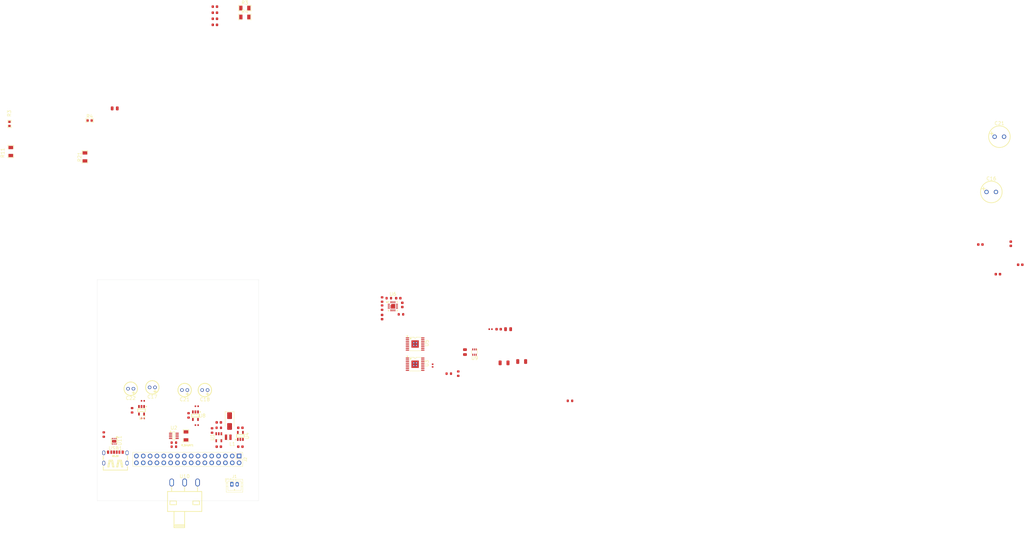
<source format=kicad_pcb>
(kicad_pcb (version 20241229) (generator "pcbnew") (generator_version "9.0")
  (layers (0 "F.Cu" signal) (2 "B.Cu" signal) (13 "F.Paste" user) (15 "B.Paste" user) (5 "F.SilkS" user "F.Silkscreen") (7 "B.SilkS" user "B.Silkscreen") (1 "F.Mask" user) (3 "B.Mask" user) (25 "Edge.Cuts" user))
  (net 0 "")
  (net 1 "GND")
  (net 2 "HV")
  (net 3 "Battery Out")
  (net 4 "Net-(U6-EN2)")
  (net 5 "3V3 Out")
  (net 6 "5V Out")
  (net 7 "Net-(U5-VCP)")
  (net 8 "Net-(U3-VCP)")
  (net 9 "Battery")
  (net 10 "EXT_LOAD2_OUT")
  (net 11 "EXT_LOAD1_OUT")
  (net 12 "Net-(U11-VUSB)")
  (net 13 "Net-(U5-VINT)")
  (net 14 "Net-(U3-VINT)")
  (net 15 "Net-(U1-SW)")
  (net 16 "MOTOR2_A_OUT")
  (net 17 "MOTOR2_CTRL1")
  (net 18 "MOTOR4_B_OUT")
  (net 20 "MOTOR1_CTRL2")
  (net 21 "MOTOR1_A_OUT")
  (net 22 "MOTOR2_B_OUT")
  (net 23 "CTRL_EXT_LOAD2")
  (net 24 "MOTOR3_B_OUT")
  (net 25 "FAST_CHARGE_CTRL")
  (net 26 "CTRL_EXT_LOAD1")
  (net 28 "I2C1_SCL")
  (net 29 "MOTOR4_A_OUT")
  (net 30 "MOTOR4_CTRL2")
  (net 31 "MOTOR3_CTRL2")
  (net 32 "MOTOR4_CTRL1")
  (net 33 "MOTOR1_CTRL1")
  (net 34 "MOTOR2_CTRL2")
  (net 35 "MOTOR1_B_OUT")
  (net 36 "I2C1_SDA")
  (net 38 "MOTOR3_A_OUT")
  (net 39 "MOTOR3_CTRL1")
  (net 40 "3.3V Out")
  (net 41 "Net-(R11-Pad2)")
  (net 42 "Net-(U3-AISEN)")
  (net 43 "Net-(U3-BISEN)")
  (net 44 "Net-(R21-Pad2)")
  (net 45 "Net-(U1-FB)")
  (net 46 "Net-(R10-Pad1)")
  (net 47 "Net-(U6-ITERM)")
  (net 48 "Net-(U8-~{FLG})")
  (net 49 "Net-(U5-AISEN)")
  (net 50 "Net-(U5-BISEN)")
  (net 51 "Net-(U6-TS)")
  (net 52 "Net-(U6-ILIM)")
  (net 53 "Net-(U9-B1)")
  (net 54 "Net-(R18-Pad2)")
  (net 55 "Net-(U9-B0)")
  (net 56 "ISET")
  (net 57 "Net-(U11-VSET)")
  (net 58 "Net-(U7-~{FLG})")
  (net 64 "Net-(U11-CC1)")
  (net 66 "Net-(U11-CC2)")
  (footprint "PCM_JLCPCB:R_0603" (layer "F.Cu") (at 233.46 222 180)
    (property "Reference" "R17" (hide yes))
    (property "Value" "1.5kΩ")
    (pad "1" smd roundrect (at -0.82 0 180) (size 0.8 0.95) (layers "F.Cu" "F.Mask" "F.Paste") (net 1 "GND"))
    (pad "2" smd roundrect (at 0.82 0 180) (size 0.8 0.95) (layers "F.Cu" "F.Mask" "F.Paste") (net 53 "Net-(U9-B1)"))
  )
  (footprint "Footprints:SOT-23-5_L3.0-W1.7-P0.95-LS2.8-BR" (layer "F.Cu") (at 103.1701 235.5 90)
    (property "Reference" "U1" (at 0 -2.435 90) (layer "F.SilkS") (effects (font (size 1.27 1.27))))
    (property "Value" "MT3608")
    (pad "1" smd rect (at 1.3001 0.95 90) (size 1.1 0.6) (layers "F.Cu" "F.Mask" "F.Paste") (net 15 "Net-(U1-SW)"))
    (pad "2" smd rect (at 1.3001 0 90) (size 1.1 0.6) (layers "F.Cu" "F.Mask" "F.Paste") (net 1 "GND"))
    (pad "3" smd rect (at 1.3001 -0.95 90) (size 1.1 0.6) (layers "F.Cu" "F.Mask" "F.Paste") (net 45 "Net-(U1-FB)"))
    (pad "4" smd rect (at -1.3001 -0.95 90) (size 1.1 0.6) (layers "F.Cu" "F.Mask" "F.Paste") (net 3 "Battery Out"))
    (pad "5" smd rect (at -1.3001 0.95 90) (size 1.1 0.6) (layers "F.Cu" "F.Mask" "F.Paste") (net 3 "Battery Out"))
  )
  (footprint "PCM_JLCPCB:C_0603" (layer "F.Cu") (at 169.7498 183.91 180)
    (property "Reference" "C1" (hide yes))
    (property "Value" "1uF")
    (pad "1" smd roundrect (at -0.78 0 180) (size 0.9 0.95) (layers "F.Cu" "F.Mask" "F.Paste") (net 2 "HV"))
    (pad "2" smd roundrect (at 0.78 0 180) (size 0.9 0.95) (layers "F.Cu" "F.Mask" "F.Paste") (net 1 "GND"))
  )
  (footprint "Footprints:R1206" (layer "F.Cu") (at 112.8323 79.5909)
    (property "Reference" "R4" (at 0 -1.9903 0) (layer "F.SilkS") (effects (font (size 1.27 1.27))))
    (property "Value" "430m")
    (pad "1" smd rect (at -1.4788 0) (size 1.2075 1.701) (layers "F.Cu" "F.Mask" "F.Paste") (net 1 "GND"))
    (pad "2" smd rect (at 1.4788 0) (size 1.2075 1.701) (layers "F.Cu" "F.Mask" "F.Paste") (net 42 "Net-(U3-AISEN)"))
  )
  (footprint "PCM_JLCPCB:C_0603" (layer "F.Cu") (at 397 163.72 -90)
    (property "Reference" "C8" (hide yes))
    (property "Value" "10uF")
    (pad "1" smd roundrect (at -0.78 0 270) (size 0.9 0.95) (layers "F.Cu" "F.Mask" "F.Paste") (net 3 "Battery Out"))
    (pad "2" smd roundrect (at 0.78 0 270) (size 0.9 0.95) (layers "F.Cu" "F.Mask" "F.Paste") (net 1 "GND"))
  )
  (footprint "Footprints:CAP-TH_BD5.0-P2.00-D0.8-FD" (layer "F.Cu") (at 70.5 217.5 180)
    (property "Reference" "C22" (at 0 -3.4851 0) (layer "F.SilkS") (effects (font (size 1.27 1.27))))
    (property "Value" "10uF")
    (pad "1" thru_hole oval (at -1 0 180) (size 1.3 1.3) (drill 0.8) (layers "*.Cu" "*.Mask") (net 11 "EXT_LOAD1_OUT"))
    (pad "2" thru_hole oval (at 1 0 180) (size 1.3 1.3) (drill 0.8) (layers "*.Cu" "*.Mask") (net 1 "GND"))
  )
  (footprint "PCM_JLCPCB:C_0402" (layer "F.Cu") (at 182.5 208.91 90)
    (property "Reference" "C26" (hide yes))
    (property "Value" "2.2uF")
    (pad "1" smd roundrect (at -0.5 0 90) (size 0.56 0.62) (layers "F.Cu" "F.Mask" "F.Paste") (net 1 "GND"))
    (pad "2" smd roundrect (at 0.5 0 90) (size 0.56 0.62) (layers "F.Cu" "F.Mask" "F.Paste") (net 14 "Net-(U3-VINT)"))
  )
  (footprint "Connector_JST:JST_PH_B2B-PH-K_1x02_P2.00mm_Vertical" (layer "F.Cu") (at 108 252.95)
    (property "Reference" "J1" (at 1 -2.9 0) (layer "F.SilkS"))
    (property "Value" "Conn_01x02_Pin")
    (pad "1" thru_hole roundrect (at 0 0) (size 1.2 1.75) (drill 0.75) (layers "*.Cu" "*.Mask") (roundrect_rratio 0.208333) (net 9 "Battery"))
    (pad "2" thru_hole oval (at 2 0) (size 1.2 1.75) (drill 0.75) (layers "*.Cu" "*.Mask") (net 1 "GND"))
  )
  (footprint "PCM_JLCPCB:C_0603" (layer "F.Cu") (at 392.22 175)
    (property "Reference" "C7" (hide yes))
    (property "Value" "10uF")
    (pad "1" smd roundrect (at -0.78 0) (size 0.9 0.95) (layers "F.Cu" "F.Mask" "F.Paste") (net 6 "5V Out"))
    (pad "2" smd roundrect (at 0.78 0) (size 0.9 0.95) (layers "F.Cu" "F.Mask" "F.Paste") (net 1 "GND"))
  )
  (footprint "PCM_JLCPCB:C_0603" (layer "F.Cu") (at 171.2498 186.41 90)
    (property "Reference" "C4" (hide yes))
    (property "Value" "4.7uF")
    (pad "1" smd roundrect (at -0.78 0 90) (size 0.9 0.95) (layers "F.Cu" "F.Mask" "F.Paste") (net 4 "Net-(U6-EN2)"))
    (pad "2" smd roundrect (at 0.78 0 90) (size 0.9 0.95) (layers "F.Cu" "F.Mask" "F.Paste") (net 1 "GND"))
  )
  (footprint "PCM_JLCPCB:R_0603" (layer "F.Cu") (at 60.5 234.5 90)
    (property "Reference" "R22" (hide yes))
    (property "Value" "75kΩ")
    (pad "1" smd roundrect (at -0.82 0 90) (size 0.8 0.95) (layers "F.Cu" "F.Mask" "F.Paste") (net 57 "Net-(U11-VSET)"))
    (pad "2" smd roundrect (at 0.82 0 90) (size 0.8 0.95) (layers "F.Cu" "F.Mask" "F.Paste") (net 1 "GND"))
  )
  (footprint "Footprints:CAP-TH_BD5.0-P2.00-D0.8-FD" (layer "F.Cu") (at 78.5 217 180)
    (property "Reference" "C17" (at 0 -3.4851 0) (layer "F.SilkS") (effects (font (size 1.27 1.27))))
    (property "Value" "10uF")
    (pad "1" thru_hole oval (at -1 0 180) (size 1.3 1.3) (drill 0.8) (layers "*.Cu" "*.Mask") (net 6 "5V Out"))
    (pad "2" thru_hole oval (at 1 0 180) (size 1.3 1.3) (drill 0.8) (layers "*.Cu" "*.Mask") (net 1 "GND"))
  )
  (footprint "PCM_JLCPCB:R_0603" (layer "F.Cu") (at 86.5 239 180)
    (property "Reference" "R2" (hide yes))
    (property "Value" "3.3kΩ")
    (pad "1" smd roundrect (at -0.82 0 180) (size 0.8 0.95) (layers "F.Cu" "F.Mask" "F.Paste") (net 40 "3.3V Out"))
    (pad "2" smd roundrect (at 0.82 0 180) (size 0.8 0.95) (layers "F.Cu" "F.Mask" "F.Paste") (net 28 "I2C1_SCL"))
  )
  (footprint "Footprints:SOT-25-5_L3.0-W1.8-P0.95-LS3.0-BL" (layer "F.Cu") (at 94.5 227.5 180)
    (property "Reference" "U8" (at -2.5 0 0) (layer "F.SilkS") (effects (font (size 1.27 1.27))))
    (property "Value" "AP2171W")
    (pad "1" smd rect (at -0.95 1.397 180) (size 0.6223 1.1049) (layers "F.Cu" "F.Mask" "F.Paste") (net 10 "EXT_LOAD2_OUT"))
    (pad "2" smd rect (at 0 1.397 180) (size 0.6223 1.1049) (layers "F.Cu" "F.Mask" "F.Paste") (net 1 "GND"))
    (pad "3" smd rect (at 0.95 1.397 180) (size 0.6223 1.1049) (layers "F.Cu" "F.Mask" "F.Paste") (net 48 "Net-(U8-~{FLG})"))
    (pad "4" smd rect (at 0.95 -1.397 180) (size 0.6223 1.1049) (layers "F.Cu" "F.Mask" "F.Paste") (net 23 "CTRL_EXT_LOAD2"))
    (pad "5" smd rect (at -0.95 -1.397 180) (size 0.6223 1.1049) (layers "F.Cu" "F.Mask" "F.Paste") (net 6 "5V Out"))
  )
  (footprint "Footprints:CAP-TH_BD8.0-P3.50-D0.6-FD" (layer "F.Cu") (at 389.7499 144.5)
    (property "Reference" "C16" (at 0.0381 -4.9625 0) (layer "F.SilkS") (effects (font (size 1.27 1.27))))
    (property "Value" "120uF")
    (pad "1" thru_hole oval (at -1.7501 0 90) (size 1.6 1.6) (drill 1) (layers "*.Cu" "*.Mask") (net 11 "EXT_LOAD1_OUT"))
    (pad "2" thru_hole oval (at 1.7501 0 90) (size 1.6 1.6) (drill 1) (layers "*.Cu" "*.Mask") (net 1 "GND"))
  )
  (footprint "Footprints:CAP-TH_BD5.0-P2.00-D0.8-FD" (layer "F.Cu") (at 90.5 218 180)
    (property "Reference" "C21" (at 0 -3.4851 0) (layer "F.SilkS") (effects (font (size 1.27 1.27))))
    (property "Value" "10uF")
    (pad "1" thru_hole oval (at -1 0 180) (size 1.3 1.3) (drill 0.8) (layers "*.Cu" "*.Mask") (net 10 "EXT_LOAD2_OUT"))
    (pad "2" thru_hole oval (at 1 0 180) (size 1.3 1.3) (drill 0.8) (layers "*.Cu" "*.Mask") (net 1 "GND"))
  )
  (footprint "PCM_JLCPCB:R_1206" (layer "F.Cu") (at 215.54 207.41 180)
    (property "Reference" "R14" (hide yes))
    (property "Value" "1Ω")
    (pad "1" smd roundrect (at -1.46 0 180) (size 1.12 1.75) (layers "F.Cu" "F.Mask" "F.Paste") (roundrect_rratio 0.222222) (net 1 "GND"))
    (pad "2" smd roundrect (at 1.46 0 180) (size 1.12 1.75) (layers "F.Cu" "F.Mask" "F.Paste") (roundrect_rratio 0.222222) (net 50 "Net-(U5-BISEN)"))
  )
  (footprint "PCM_JLCPCB:C_0603" (layer "F.Cu") (at 400.5 171.5)
    (property "Reference" "C5" (hide yes))
    (property "Value" "10uF")
    (pad "1" smd roundrect (at -0.78 0) (size 0.9 0.95) (layers "F.Cu" "F.Mask" "F.Paste") (net 3 "Battery Out"))
    (pad "2" smd roundrect (at 0.78 0) (size 0.9 0.95) (layers "F.Cu" "F.Mask" "F.Paste") (net 1 "GND"))
  )
  (footprint "PCM_JLCPCB:C_0402" (layer "F.Cu") (at 95 224 180)
    (property "Reference" "C12" (hide yes))
    (property "Value" "100nF")
    (pad "1" smd roundrect (at -0.5 0 180) (size 0.56 0.62) (layers "F.Cu" "F.Mask" "F.Paste") (net 10 "EXT_LOAD2_OUT"))
    (pad "2" smd roundrect (at 0.5 0 180) (size 0.56 0.62) (layers "F.Cu" "F.Mask" "F.Paste") (net 1 "GND"))
  )
  (footprint "Footprints:IND-SMD_L2.5-W2.0-VLS252012CX-150M" (layer "F.Cu") (at 106.6701 235.5)
    (property "Reference" "L1" (at 1.5 2.5 0) (layer "F.SilkS") (effects (font (size 1.27 1.27))))
    (property "Value" "4.7uH")
    (pad "1" smd rect (at -0.8299 0) (size 0.85 2) (layers "F.Cu" "F.Mask" "F.Paste") (net 3 "Battery Out"))
    (pad "2" smd rect (at 0.8299 0) (size 0.85 2) (layers "F.Cu" "F.Mask" "F.Paste") (net 15 "Net-(U1-SW)"))
  )
  (footprint "PCM_JLCPCB:C_0603" (layer "F.Cu") (at 101.72 78)
    (property "Reference" "C3" (hide yes))
    (property "Value" "1uF")
    (pad "1" smd roundrect (at -0.78 0) (size 0.9 0.95) (layers "F.Cu" "F.Mask" "F.Paste") (net 3 "Battery Out"))
    (pad "2" smd roundrect (at 0.78 0) (size 0.9 0.95) (layers "F.Cu" "F.Mask" "F.Paste") (net 1 "GND"))
  )
  (footprint "PCM_JLCPCB:R_0603" (layer "F.Cu") (at 100.6701 233 90)
    (property "Reference" "R5" (hide yes))
    (property "Value" "3kΩ")
    (pad "1" smd roundrect (at -0.82 0 90) (size 0.8 0.95) (layers "F.Cu" "F.Mask" "F.Paste") (net 45 "Net-(U1-FB)"))
    (pad "2" smd roundrect (at 0.82 0 90) (size 0.8 0.95) (layers "F.Cu" "F.Mask" "F.Paste") (net 1 "GND"))
  )
  (footprint "Footprints:SOT-363_L2.1-W1.3-P0.65-LS2.1-BL" (layer "F.Cu") (at 198 203.91 180)
    (property "Reference" "U9" (at -0.09535 -2.2151 0) (layer "F.SilkS") (effects (font (size 1.27 1.27))))
    (property "Value" "FSW3157YSOT363G/TR")
    (pad "1" smd rect (at -0.65 0.9901 180) (size 0.35 0.78) (layers "F.Cu" "F.Mask" "F.Paste") (net 53 "Net-(U9-B1)"))
    (pad "2" smd rect (at 0 0.9901 180) (size 0.35 0.78) (layers "F.Cu" "F.Mask" "F.Paste") (net 1 "GND"))
    (pad "3" smd rect (at 0.65 0.9901 180) (size 0.35 0.78) (layers "F.Cu" "F.Mask" "F.Paste") (net 55 "Net-(U9-B0)"))
    (pad "4" smd rect (at 0.65 -0.9901 180) (size 0.35 0.78) (layers "F.Cu" "F.Mask" "F.Paste") (net 56 "ISET"))
    (pad "5" smd rect (at 0 -0.9901 180) (size 0.35 0.78) (layers "F.Cu" "F.Mask" "F.Paste") (net 6 "5V Out"))
    (pad "6" smd rect (at -0.65 -0.9901 180) (size 0.35 0.78) (layers "F.Cu" "F.Mask" "F.Paste") (net 25 "FAST_CHARGE_CTRL"))
  )
  (footprint "Footprints:TYPE-C-SMD_TYPE-C-6P_5" (layer "F.Cu") (at 64.8001 243.0628)
    (property "Reference" "USB1" (at 0 -3.4601 0) (layer "F.SilkS") (effects (font (size 1.27 1.27))))
    (property "Value" "TYPE-C 6P(073)")
    (pad "" np_thru_hole oval (at -4.3199 -1.7751) (size 1.1 1.7) (drill oval 0.7 1.2) (layers "*.Cu" "*.Mask"))
    (pad "" np_thru_hole oval (at -4.3199 2.025) (size 1.1 1.7) (drill oval 0.7 1.2) (layers "*.Cu" "*.Mask"))
    (pad "" np_thru_hole oval (at 4.3199 -1.7751) (size 1.1 1.7) (drill oval 0.7 1.2) (layers "*.Cu" "*.Mask"))
    (pad "" np_thru_hole oval (at 4.3199 2.025) (size 1.1 1.7) (drill oval 0.7 1.2) (layers "*.Cu" "*.Mask"))
    (pad "A5" smd rect (at -0.5 -2.025) (size 0.7 1.2) (layers "F.Cu" "F.Mask" "F.Paste") (net 64 "Net-(U11-CC1)"))
    (pad "A9" smd rect (at 1.5 -2.025) (size 0.7 1.2) (layers "F.Cu" "F.Mask" "F.Paste") (net 2 "HV"))
    (pad "A12" smd rect (at 2.6999 -2.025) (size 0.8 1.2) (layers "F.Cu" "F.Mask" "F.Paste") (net 1 "GND"))
    (pad "B5" smd rect (at 0.5 -2.025) (size 0.7 1.2) (layers "F.Cu" "F.Mask" "F.Paste") (net 66 "Net-(U11-CC2)"))
    (pad "B9" smd rect (at -1.5 -2.025) (size 0.7 1.2) (layers "F.Cu" "F.Mask" "F.Paste") (net 2 "HV"))
    (pad "B12" smd rect (at -2.6999 -2.025) (size 0.8 1.2) (layers "F.Cu" "F.Mask" "F.Paste") (net 1 "GND"))
  )
  (footprint "PCM_JLCPCB:C_0603" (layer "F.Cu") (at 111.1701 232)
    (property "Reference" "C6" (hide yes))
    (property "Value" "10uF")
    (pad "1" smd roundrect (at -0.78 0) (size 0.9 0.95) (layers "F.Cu" "F.Mask" "F.Paste") (net 5 "3V3 Out"))
    (pad "2" smd roundrect (at 0.78 0) (size 0.9 0.95) (layers "F.Cu" "F.Mask" "F.Paste") (net 1 "GND"))
  )
  (footprint "Footprints:TDFN-6_L2.0-W2.0-P0.65-TL-EP" (layer "F.Cu") (at 64.35 236.9999 -90)
    (property "Reference" "U11" (at -0.2629 -2.103 90) (layer "F.SilkS") (effects (font (size 1.27 1.27))))
    (property "Value" "HUSB237-AA001-DN06R")
    (pad "1" smd rect (at -0.9999 -0.65) (size 0.35 0.5) (layers "F.Cu" "F.Mask" "F.Paste") (net 64 "Net-(U11-CC1)"))
    (pad "2" smd rect (at -0.9999 0) (size 0.35 0.5) (layers "F.Cu" "F.Mask" "F.Paste") (net 2 "HV"))
    (pad "3" smd rect (at -0.9999 0.65) (size 0.35 0.5) (layers "F.Cu" "F.Mask" "F.Paste") (net 57 "Net-(U11-VSET)"))
    (pad "4" smd rect (at 1.0001 0.65) (size 0.35 0.5) (layers "F.Cu" "F.Mask" "F.Paste"))
    (pad "5" smd rect (at 1.0001 0) (size 0.35 0.5) (layers "F.Cu" "F.Mask" "F.Paste"))
    (pad "6" smd rect (at 1.0001 -0.65) (size 0.35 0.5) (layers "F.Cu" "F.Mask" "F.Paste") (net 66 "Net-(U11-CC2)"))
    (pad "7" smd rect (at 0.0001 0 90) (size 1 1.6) (layers "F.Cu" "F.Mask" "F.Paste") (net 1 "GND"))
  )
  (footprint "Footprints:TSSOP-16_L5.0-W4.4-P0.65-LS6.4-BL-EP" (layer "F.Cu") (at 176.0001 208.4099 -90)
    (property "Reference" "U3" (at -0.3115 -4.3349 90) (layer "F.SilkS") (effects (font (size 1.27 1.27))))
    (property "Value" "DRV8833PWP")
    (pad "" thru_hole circle (at -0.4999 -0.4999 270) (size 0.6096 0.6096) (drill 0.3048) (layers "*.Cu" "*.Mask"))
    (pad "" thru_hole circle (at -0.4999 0.5001 270) (size 0.6096 0.6096) (drill 0.3048) (layers "*.Cu" "*.Mask"))
    (pad "" thru_hole circle (at 0.5001 -0.4999 270) (size 0.6096 0.6096) (drill 0.3048) (layers "*.Cu" "*.Mask"))
    (pad "" thru_hole circle (at 0.5001 0.5001 270) (size 0.6096 0.6096) (drill 0.3048) (layers "*.Cu" "*.Mask"))
    (pad "1" smd oval (at -2.2751 2.8501 270) (size 0.35 1.3) (layers "F.Cu" "F.Mask" "F.Paste") (net 3 "Battery Out"))
    (pad "2" smd oval (at -1.6251 2.8501 270) (size 0.35 1.3) (layers "F.Cu" "F.Mask" "F.Paste") (net 21 "MOTOR1_A_OUT"))
    (pad "3" smd oval (at -0.9751 2.8501 270) (size 0.35 1.3) (layers "F.Cu" "F.Mask" "F.Paste") (net 42 "Net-(U3-AISEN)"))
    (pad "4" smd oval (at -0.3249 2.8501 270) (size 0.35 1.3) (layers "F.Cu" "F.Mask" "F.Paste") (net 35 "MOTOR1_B_OUT"))
    (pad "5" smd oval (at 0.3251 2.8501 270) (size 0.35 1.3) (layers "F.Cu" "F.Mask" "F.Paste") (net 24 "MOTOR3_B_OUT"))
    (pad "6" smd oval (at 0.9751 2.8501 270) (size 0.35 1.3) (layers "F.Cu" "F.Mask" "F.Paste") (net 43 "Net-(U3-BISEN)"))
    (pad "7" smd oval (at 1.6251 2.8501 270) (size 0.35 1.3) (layers "F.Cu" "F.Mask" "F.Paste") (net 38 "MOTOR3_A_OUT"))
    (pad "8" smd oval (at 2.2751 2.8501 270) (size 0.35 1.3) (layers "F.Cu" "F.Mask" "F.Paste"))
    (pad "9" smd oval (at 2.2751 -2.8499 270) (size 0.35 1.3) (layers "F.Cu" "F.Mask" "F.Paste") (net 39 "MOTOR3_CTRL1"))
    (pad "10" smd oval (at 1.6251 -2.8499 270) (size 0.35 1.3) (layers "F.Cu" "F.Mask" "F.Paste") (net 31 "MOTOR3_CTRL2"))
    (pad "11" smd oval (at 0.9751 -2.8499 270) (size 0.35 1.3) (layers "F.Cu" "F.Mask" "F.Paste") (net 8 "Net-(U3-VCP)"))
    (pad "12" smd oval (at 0.3251 -2.8499 270) (size 0.35 1.3) (layers "F.Cu" "F.Mask" "F.Paste") (net 3 "Battery Out"))
    (pad "13" smd oval (at -0.3249 -2.8499 270) (size 0.35 1.3) (layers "F.Cu" "F.Mask" "F.Paste") (net 1 "GND"))
    (pad "14" smd oval (at -0.9751 -2.8499 270) (size 0.35 1.3) (layers "F.Cu" "F.Mask" "F.Paste") (net 14 "Net-(U3-VINT)"))
    (pad "15" smd oval (at -1.6251 -2.8499 270) (size 0.35 1.3) (layers "F.Cu" "F.Mask" "F.Paste") (net 20 "MOTOR1_CTRL2"))
    (pad "16" smd oval (at -2.2751 -2.8499 270) (size 0.35 1.3) (layers "F.Cu" "F.Mask" "F.Paste") (net 33 "MOTOR1_CTRL1"))
    (pad "17" smd rect (at 0 0 270) (size 2.74 2.74) (layers "F.Cu" "F.Mask" "F.Paste") (net 1 "GND"))
  )
  (footprint "Footprints:R1206" (layer "F.Cu") (at 112.8323 76.2803)
    (property "Reference" "R3" (at 0 -1.9903 0) (layer "F.SilkS") (effects (font (size 1.27 1.27))))
    (property "Value" "430m")
    (pad "1" smd rect (at -1.4788 0) (size 1.2075 1.701) (layers "F.Cu" "F.Mask" "F.Paste") (net 1 "GND"))
    (pad "2" smd rect (at 1.4788 0) (size 1.2075 1.701) (layers "F.Cu" "F.Mask" "F.Paste") (net 43 "Net-(U3-BISEN)"))
  )
  (footprint "Footprints:CAP-TH_BD8.0-P3.50-D0.6-FD" (layer "F.Cu") (at 392.7499 124)
    (property "Reference" "C21" (at 0.0381 -4.9625 0) (layer "F.SilkS") (effects (font (size 1.27 1.27))))
    (property "Value" "120uF")
    (pad "1" thru_hole oval (at -1.7501 0 90) (size 1.6 1.6) (drill 1) (layers "*.Cu" "*.Mask") (net 10 "EXT_LOAD2_OUT"))
    (pad "2" thru_hole oval (at 1.7501 0 90) (size 1.6 1.6) (drill 1) (layers "*.Cu" "*.Mask") (net 1 "GND"))
  )
  (footprint "PCM_JLCPCB:D_SMA" (layer "F.Cu") (at 107.1701 229.5 -90)
    (property "Reference" "D1" (hide yes))
    (property "Value" "SS34")
    (pad "1" smd roundrect (at -2 0 270) (size 2.5 1.8) (layers "F.Cu" "F.Mask" "F.Paste") (roundrect_rratio 0.1388888889) (net 6 "5V Out"))
    (pad "2" smd roundrect (at 2 0 270) (size 2.5 1.8) (layers "F.Cu" "F.Mask" "F.Paste") (roundrect_rratio 0.1388888889) (net 15 "Net-(U1-SW)"))
  )
  (footprint "PCM_JLCPCB:R_0603" (layer "F.Cu") (at 188.5 211.91)
    (property "Reference" "R19" (hide yes))
    (property "Value" "1.5kΩ")
    (pad "1" smd roundrect (at -0.82 0) (size 0.8 0.95) (layers "F.Cu" "F.Mask" "F.Paste") (net 1 "GND"))
    (pad "2" smd roundrect (at 0.82 0) (size 0.8 0.95) (layers "F.Cu" "F.Mask" "F.Paste") (net 54 "Net-(R18-Pad2)"))
  )
  (footprint "PCM_JLCPCB:R_0603" (layer "F.Cu") (at 71 225.5 90)
    (property "Reference" "R23" (hide yes))
    (property "Value" "10kΩ")
    (pad "1" smd roundrect (at -0.82 0 90) (size 0.8 0.95) (layers "F.Cu" "F.Mask" "F.Paste") (net 6 "5V Out"))
    (pad "2" smd roundrect (at 0.82 0 90) (size 0.8 0.95) (layers "F.Cu" "F.Mask" "F.Paste") (net 58 "Net-(U7-~{FLG})"))
  )
  (footprint "PCM_JLCPCB:C_0603" (layer "F.Cu") (at 163.7498 190.91 -90)
    (property "Reference" "C11" (hide yes))
    (property "Value" "4.7uF")
    (pad "1" smd roundrect (at -0.78 0 270) (size 0.9 0.95) (layers "F.Cu" "F.Mask" "F.Paste") (net 9 "Battery"))
    (pad "2" smd roundrect (at 0.78 0 270) (size 0.9 0.95) (layers "F.Cu" "F.Mask" "F.Paste") (net 1 "GND"))
  )
  (footprint "PCM_JLCPCB:R_1206" (layer "F.Cu") (at 209 207.91 180)
    (property "Reference" "R13" (hide yes))
    (property "Value" "1Ω")
    (pad "1" smd roundrect (at -1.46 0 180) (size 1.12 1.75) (layers "F.Cu" "F.Mask" "F.Paste") (roundrect_rratio 0.222222) (net 1 "GND"))
    (pad "2" smd roundrect (at 1.46 0 180) (size 1.12 1.75) (layers "F.Cu" "F.Mask" "F.Paste") (roundrect_rratio 0.222222) (net 49 "Net-(U5-AISEN)"))
  )
  (footprint "PCM_JLCPCB:R_0603" (layer "F.Cu") (at 91.95 227.397 90)
    (property "Reference" "R12" (hide yes))
    (property "Value" "10kΩ")
    (pad "1" smd roundrect (at -0.82 0 90) (size 0.8 0.95) (layers "F.Cu" "F.Mask" "F.Paste") (net 6 "5V Out"))
    (pad "2" smd roundrect (at 0.82 0 90) (size 0.8 0.95) (layers "F.Cu" "F.Mask" "F.Paste") (net 48 "Net-(U8-~{FLG})"))
  )
  (footprint "PCM_JLCPCB:C_0805" (layer "F.Cu") (at 64.55 113.5)
    (property "Reference" "C10" (hide yes))
    (property "Value" "10nF")
    (pad "1" smd roundrect (at -0.95 0) (size 1 1.45) (layers "F.Cu" "F.Mask" "F.Paste") (net 3 "Battery Out"))
    (pad "2" smd roundrect (at 0.95 0) (size 1 1.45) (layers "F.Cu" "F.Mask" "F.Paste") (net 8 "Net-(U3-VCP)"))
  )
  (footprint "PCM_JLCPCB:C_0603" (layer "F.Cu") (at 101.72 82.5)
    (property "Reference" "C6" (hide yes))
    (property "Value" "1uF")
    (pad "1" smd roundrect (at -0.78 0) (size 0.9 0.95) (layers "F.Cu" "F.Mask" "F.Paste") (net 3 "Battery Out"))
    (pad "2" smd roundrect (at 0.78 0) (size 0.9 0.95) (layers "F.Cu" "F.Mask" "F.Paste") (net 1 "GND"))
  )
  (footprint "Footprints:SOT-25-5_L2.9-W1.6-P0.95-LS2.8-BL" (layer "F.Cu") (at 111.1701 235)
    (property "Reference" "U4" (at 2.5 0 90) (layer "F.SilkS") (effects (font (size 1.27 1.27))))
    (property "Value" "AP2112K-3.3")
    (pad "1" smd rect (at -0.9497 1.3) (size 0.6223 1.1049) (layers "F.Cu" "F.Mask" "F.Paste") (net 3 "Battery Out"))
    (pad "2" smd rect (at -0.0005 1.3) (size 0.6223 1.1049) (layers "F.Cu" "F.Mask" "F.Paste") (net 1 "GND"))
    (pad "3" smd rect (at 0.9497 1.3) (size 0.6223 1.1049) (layers "F.Cu" "F.Mask" "F.Paste") (net 3 "Battery Out"))
    (pad "4" smd rect (at 0.9497 -1.3) (size 0.6223 1.1049) (layers "F.Cu" "F.Mask" "F.Paste"))
    (pad "5" smd rect (at -0.9497 -1.3) (size 0.6223 1.1049) (layers "F.Cu" "F.Mask" "F.Paste") (net 5 "3V3 Out"))
  )
  (footprint "PCM_JLCPCB:C_0603" (layer "F.Cu") (at 101.72 75.75)
    (property "Reference" "C2" (hide yes))
    (property "Value" "1uF")
    (pad "1" smd roundrect (at -0.78 0) (size 0.9 0.95) (layers "F.Cu" "F.Mask" "F.Paste") (net 6 "5V Out"))
    (pad "2" smd roundrect (at 0.78 0) (size 0.9 0.95) (layers "F.Cu" "F.Mask" "F.Paste") (net 1 "GND"))
  )
  (footprint "Footprints:R1206" (layer "F.Cu") (at 53.5 131.5 90)
    (property "Reference" "R21" (at 0 -1.9903 90) (layer "F.SilkS") (effects (font (size 1.27 1.27))))
    (property "Value" "0.25")
    (pad "1" smd rect (at -1.4788 0 90) (size 1.2075 1.701) (layers "F.Cu" "F.Mask" "F.Paste") (net 1 "GND"))
    (pad "2" smd rect (at 1.4788 0 90) (size 1.2075 1.701) (layers "F.Cu" "F.Mask" "F.Paste") (net 44 "Net-(R21-Pad2)"))
  )
  (footprint "PCM_JLCPCB:C_0603" (layer "F.Cu") (at 111.1701 239)
    (property "Reference" "C16" (hide yes))
    (property "Value" "4.7uF")
    (pad "1" smd roundrect (at -0.78 0) (size 0.9 0.95) (layers "F.Cu" "F.Mask" "F.Paste") (net 3 "Battery Out"))
    (pad "2" smd roundrect (at 0.78 0) (size 0.9 0.95) (layers "F.Cu" "F.Mask" "F.Paste") (net 1 "GND"))
  )
  (footprint "Connector_PinHeader_2.54mm:PinHeader_2x16_P2.54mm_Vertical" (layer "F.Cu") (at 110.7 242.46 -90)
    (property "Reference" "J2" (at 1.27 -2.33 90) (layer "F.SilkS"))
    (property "Value" "Conn_02x16_Odd_Even")
    (pad "1" thru_hole rect (at 0 0 270) (size 1.7 1.7) (drill 1) (layers "*.Cu" "*.Mask") (net 22 "MOTOR2_B_OUT"))
    (pad "2" thru_hole oval (at 2.54 0 270) (size 1.7 1.7) (drill 1) (layers "*.Cu" "*.Mask") (net 16 "MOTOR2_A_OUT"))
    (pad "3" thru_hole oval (at 0 2.54 270) (size 1.7 1.7) (drill 1) (layers "*.Cu" "*.Mask") (net 29 "MOTOR4_A_OUT"))
    (pad "4" thru_hole oval (at 2.54 2.54 270) (size 1.7 1.7) (drill 1) (layers "*.Cu" "*.Mask") (net 17 "MOTOR2_CTRL1"))
    (pad "5" thru_hole oval (at 0 5.08 270) (size 1.7 1.7) (drill 1) (layers "*.Cu" "*.Mask") (net 18 "MOTOR4_B_OUT"))
    (pad "6" thru_hole oval (at 2.54 5.08 270) (size 1.7 1.7) (drill 1) (layers "*.Cu" "*.Mask") (net 34 "MOTOR2_CTRL2"))
    (pad "7" thru_hole oval (at 0 7.62 270) (size 1.7 1.7) (drill 1) (layers "*.Cu" "*.Mask") (net 23 "CTRL_EXT_LOAD2"))
    (pad "8" thru_hole oval (at 2.54 7.62 270) (size 1.7 1.7) (drill 1) (layers "*.Cu" "*.Mask") (net 32 "MOTOR4_CTRL1"))
    (pad "9" thru_hole oval (at 0 10.16 270) (size 1.7 1.7) (drill 1) (layers "*.Cu" "*.Mask"))
    (pad "10" thru_hole oval (at 2.54 10.16 270) (size 1.7 1.7) (drill 1) (layers "*.Cu" "*.Mask") (net 30 "MOTOR4_CTRL2"))
    (pad "11" thru_hole oval (at 0 12.7 270) (size 1.7 1.7) (drill 1) (layers "*.Cu" "*.Mask") (net 10 "EXT_LOAD2_OUT"))
    (pad "12" thru_hole oval (at 2.54 12.7 270) (size 1.7 1.7) (drill 1) (layers "*.Cu" "*.Mask"))
    (pad "13" thru_hole oval (at 0 15.24 270) (size 1.7 1.7) (drill 1) (layers "*.Cu" "*.Mask") (net 25 "FAST_CHARGE_CTRL"))
    (pad "14" thru_hole oval (at 2.54 15.24 270) (size 1.7 1.7) (drill 1) (layers "*.Cu" "*.Mask") (net 9 "Battery"))
    (pad "15" thru_hole oval (at 0 17.78 270) (size 1.7 1.7) (drill 1) (layers "*.Cu" "*.Mask"))
    (pad "16" thru_hole oval (at 2.54 17.78 270) (size 1.7 1.7) (drill 1) (layers "*.Cu" "*.Mask") (net 28 "I2C1_SCL"))
    (pad "17" thru_hole oval (at 0 20.32 270) (size 1.7 1.7) (drill 1) (layers "*.Cu" "*.Mask") (net 36 "I2C1_SDA"))
    (pad "18" thru_hole oval (at 2.54 20.32 270) (size 1.7 1.7) (drill 1) (layers "*.Cu" "*.Mask") (net 5 "3V3 Out"))
    (pad "19" thru_hole oval (at 0 22.86 270) (size 1.7 1.7) (drill 1) (layers "*.Cu" "*.Mask") (net 1 "GND"))
    (pad "20" thru_hole oval (at 2.54 22.86 270) (size 1.7 1.7) (drill 1) (layers "*.Cu" "*.Mask") (net 6 "5V Out"))
    (pad "21" thru_hole oval (at 0 25.4 270) (size 1.7 1.7) (drill 1) (layers "*.Cu" "*.Mask") (net 11 "EXT_LOAD1_OUT"))
    (pad "22" thru_hole oval (at 2.54 25.4 270) (size 1.7 1.7) (drill 1) (layers "*.Cu" "*.Mask") (net 2 "HV"))
    (pad "23" thru_hole oval (at 0 27.94 270) (size 1.7 1.7) (drill 1) (layers "*.Cu" "*.Mask") (net 1 "GND"))
    (pad "24" thru_hole oval (at 2.54 27.94 270) (size 1.7 1.7) (drill 1) (layers "*.Cu" "*.Mask") (net 39 "MOTOR3_CTRL1"))
    (pad "25" thru_hole oval (at 0 30.48 270) (size 1.7 1.7) (drill 1) (layers "*.Cu" "*.Mask") (net 26 "CTRL_EXT_LOAD1"))
    (pad "26" thru_hole oval (at 2.54 30.48 270) (size 1.7 1.7) (drill 1) (layers "*.Cu" "*.Mask") (net 31 "MOTOR3_CTRL2"))
    (pad "27" thru_hole oval (at 0 33.02 270) (size 1.7 1.7) (drill 1) (layers "*.Cu" "*.Mask") (net 38 "MOTOR3_A_OUT"))
    (pad "28" thru_hole oval (at 2.54 33.02 270) (size 1.7 1.7) (drill 1) (layers "*.Cu" "*.Mask") (net 33 "MOTOR1_CTRL1"))
    (pad "29" thru_hole oval (at 0 35.56 270) (size 1.7 1.7) (drill 1) (layers "*.Cu" "*.Mask") (net 24 "MOTOR3_B_OUT"))
    (pad "30" thru_hole oval (at 2.54 35.56 270) (size 1.7 1.7) (drill 1) (layers "*.Cu" "*.Mask") (net 20 "MOTOR1_CTRL2"))
    (pad "31" thru_hole oval (at 0 38.1 270) (size 1.7 1.7) (drill 1) (layers "*.Cu" "*.Mask") (net 35 "MOTOR1_B_OUT"))
    (pad "32" thru_hole oval (at 2.54 38.1 270) (size 1.7 1.7) (drill 1) (layers "*.Cu" "*.Mask") (net 21 "MOTOR1_A_OUT"))
  )
  (footprint "PCM_JLCPCB:C_0603" (layer "F.Cu") (at 101.72 80.25)
    (property "Reference" "C5" (hide yes))
    (property "Value" "1uF")
    (pad "1" smd roundrect (at -0.78 0) (size 0.9 0.95) (layers "F.Cu" "F.Mask" "F.Paste") (net 5 "3V3 Out"))
    (pad "2" smd roundrect (at 0.78 0) (size 0.9 0.95) (layers "F.Cu" "F.Mask" "F.Paste") (net 1 "GND"))
  )
  (footprint "PCM_JLCPCB:R_0603" (layer "F.Cu") (at 170.7498 189.91)
    (property "Reference" "R16" (hide yes))
    (property "Value" "1.5kΩ")
    (pad "1" smd roundrect (at -0.82 0) (size 0.8 0.95) (layers "F.Cu" "F.Mask" "F.Paste") (net 1 "GND"))
    (pad "2" smd roundrect (at 0.82 0) (size 0.8 0.95) (layers "F.Cu" "F.Mask" "F.Paste") (net 52 "Net-(U6-ILIM)"))
  )
  (footprint "PCM_JLCPCB:R_0805" (layer "F.Cu") (at 194.5 203.91 90)
    (property "Reference" "R20" (hide yes))
    (property "Value" "300Ω")
    (pad "1" smd roundrect (at -0.91 0 90) (size 1.02 1.4) (layers "F.Cu" "F.Mask" "F.Paste") (roundrect_rratio 0.243902) (net 56 "ISET"))
    (pad "2" smd roundrect (at 0.91 0 90) (size 1.02 1.4) (layers "F.Cu" "F.Mask" "F.Paste") (roundrect_rratio 0.243902) (net 1 "GND"))
  )
  (footprint "Footprints:SOT-23-8_L3.0-W1.7-P0.65-LS2.8-BR" (layer "F.Cu") (at 86.5 235 180)
    (property "Reference" "U2" (at 0 3 0) (layer "F.SilkS") (effects (font (size 1.27 1.27))))
    (property "Value" "INA219AxD")
    (pad "1" smd oval (at 1.2261 0.9751 180) (size 1.252 0.364) (layers "F.Cu" "F.Mask" "F.Paste") (net 28 "I2C1_SCL"))
    (pad "2" smd oval (at 1.2261 0.3251 180) (size 1.252 0.364) (layers "F.Cu" "F.Mask" "F.Paste") (net 1 "GND"))
    (pad "3" smd oval (at 1.2261 -0.3249 180) (size 1.252 0.364) (layers "F.Cu" "F.Mask" "F.Paste") (net 36 "I2C1_SDA"))
    (pad "4" smd oval (at 1.2261 -0.9751 180) (size 1.252 0.364) (layers "F.Cu" "F.Mask" "F.Paste") (net 28 "I2C1_SCL"))
    (pad "5" smd oval (at -1.2261 -0.9751 180) (size 1.252 0.364) (layers "F.Cu" "F.Mask" "F.Paste") (net 40 "3.3V Out"))
    (pad "6" smd oval (at -1.2261 -0.3249 180) (size 1.252 0.364) (layers "F.Cu" "F.Mask" "F.Paste") (net 1 "GND"))
    (pad "7" smd oval (at -1.2261 0.3251 180) (size 1.252 0.364) (layers "F.Cu" "F.Mask" "F.Paste") (net 9 "Battery"))
    (pad "8" smd oval (at -1.2261 0.9751 180) (size 1.252 0.364) (layers "F.Cu" "F.Mask" "F.Paste") (net 6 "5V Out"))
  )
  (footprint "Footprints:R0603" (layer "F.Cu") (at 25.5 119.2466 90)
    (property "Reference" "R3" (at 3.8878 -0.0568 90) (layer "F.SilkS") (effects (font (size 1.27 1.27))))
    (property "Value" "0.15")
    (pad "1" smd rect (at -0.7534 0 90) (size 0.8065 0.864) (layers "F.Cu" "F.Mask" "F.Paste") (net 41 "Net-(R11-Pad2)"))
    (pad "2" smd rect (at 0.7534 0 90) (size 0.8065 0.864) (layers "F.Cu" "F.Mask" "F.Paste") (net 42 "Net-(U3-AISEN)"))
  )
  (footprint "PCM_JLCPCB:C_0402" (layer "F.Cu") (at 95 231 180)
    (property "Reference" "C13" (hide yes))
    (property "Value" "100nF")
    (pad "1" smd roundrect (at -0.5 0 180) (size 0.56 0.62) (layers "F.Cu" "F.Mask" "F.Paste") (net 6 "5V Out"))
    (pad "2" smd roundrect (at 0.5 0 180) (size 0.56 0.62) (layers "F.Cu" "F.Mask" "F.Paste") (net 1 "GND"))
  )
  (footprint "Footprints:QFN-16_L3.0-W3.0-P0.50-TL-EP1.7" (layer "F.Cu") (at 167.7498 186.91)
    (property "Reference" "U6" (at 0 -4.5 0) (layer "F.SilkS") (effects (font (size 1.27 1.27))))
    (property "Value" "BQ24074RGT")
    (pad "1" smd oval (at -1.5 -0.7502) (size 0.85 0.28) (layers "F.Cu" "F.Mask" "F.Paste") (net 51 "Net-(U6-TS)"))
    (pad "2" smd oval (at -1.5 -0.2501) (size 0.85 0.28) (layers "F.Cu" "F.Mask" "F.Paste") (net 9 "Battery"))
    (pad "3" smd oval (at -1.5 0.2498) (size 0.85 0.28) (layers "F.Cu" "F.Mask" "F.Paste") (net 9 "Battery"))
    (pad "4" smd oval (at -1.5 0.7499) (size 0.85 0.28) (layers "F.Cu" "F.Mask" "F.Paste") (net 1 "GND"))
    (pad "5" smd oval (at -0.7499 1.5) (size 0.28 0.85) (layers "F.Cu" "F.Mask" "F.Paste") (net 4 "Net-(U6-EN2)"))
    (pad "6" smd oval (at -0.2498 1.5) (size 0.28 0.85) (layers "F.Cu" "F.Mask" "F.Paste") (net 1 "GND"))
    (pad "7" smd oval (at 0.2501 1.5) (size 0.28 0.85) (layers "F.Cu" "F.Mask" "F.Paste"))
    (pad "8" smd oval (at 0.7502 1.5) (size 0.28 0.85) (layers "F.Cu" "F.Mask" "F.Paste") (net 1 "GND"))
    (pad "9" smd oval (at 1.5 0.7499) (size 0.85 0.28) (layers "F.Cu" "F.Mask" "F.Paste"))
    (pad "10" smd oval (at 1.5 0.2498) (size 0.85 0.28) (layers "F.Cu" "F.Mask" "F.Paste") (net 4 "Net-(U6-EN2)"))
    (pad "11" smd oval (at 1.5 -0.2501) (size 0.85 0.28) (layers "F.Cu" "F.Mask" "F.Paste") (net 4 "Net-(U6-EN2)"))
    (pad "12" smd oval (at 1.5 -0.7502) (size 0.85 0.28) (layers "F.Cu" "F.Mask" "F.Paste") (net 52 "Net-(U6-ILIM)"))
    (pad "13" smd oval (at 0.7502 -1.5) (size 0.28 0.85) (layers "F.Cu" "F.Mask" "F.Paste") (net 2 "HV"))
    (pad "14" smd oval (at 0.2501 -1.5) (size 0.28 0.85) (layers "F.Cu" "F.Mask" "F.Paste") (net 1 "GND"))
    (pad "15" smd oval (at -0.2498 -1.5) (size 0.28 0.85) (layers "F.Cu" "F.Mask" "F.Paste") (net 47 "Net-(U6-ITERM)"))
    (pad "16" smd oval (at -0.7499 -1.5) (size 0.28 0.85) (layers "F.Cu" "F.Mask" "F.Paste") (net 56 "ISET"))
    (pad "17" smd custom (at 0.0001 -0.0001 270) (size 0.000001 0.000001) (layers "F.Cu" "F.Mask" "F.Paste") (net 1 "GND") (options (clearance outline) (anchor circle)) (primitives (gr_poly (pts (xy -0.85 -0.85) (xy 0.85 -0.85) (xy 0.85 0.85) (xy -0.425 0.85) (xy -0.85 0.425)) (width 0) (fill yes))))
  )
  (footprint "Footprints:SOT-25-5_L3.0-W1.8-P0.95-LS3.0-BL" (layer "F.Cu") (at 74.5 225.5 180)
    (property "Reference" "U7" (at -0.243879 -2.78445 0) (layer "F.SilkS") (effects (font (size 1.27 1.27))))
    (property "Value" "AP2171W")
    (pad "1" smd rect (at -0.95 1.397 180) (size 0.6223 1.1049) (layers "F.Cu" "F.Mask" "F.Paste") (net 11 "EXT_LOAD1_OUT"))
    (pad "2" smd rect (at 0 1.397 180) (size 0.6223 1.1049) (layers "F.Cu" "F.Mask" "F.Paste") (net 1 "GND"))
    (pad "3" smd rect (at 0.95 1.397 180) (size 0.6223 1.1049) (layers "F.Cu" "F.Mask" "F.Paste") (net 58 "Net-(U7-~{FLG})"))
    (pad "4" smd rect (at 0.95 -1.397 180) (size 0.6223 1.1049) (layers "F.Cu" "F.Mask" "F.Paste") (net 26 "CTRL_EXT_LOAD1"))
    (pad "5" smd rect (at -0.95 -1.397 180) (size 0.6223 1.1049) (layers "F.Cu" "F.Mask" "F.Paste") (net 6 "5V Out"))
  )
  (footprint "PCM_JLCPCB:R_0603" (layer "F.Cu") (at 86.5 237.5 180)
    (property "Reference" "R1" (hide yes))
    (property "Value" "3.3kΩ")
    (pad "1" smd roundrect (at -0.82 0 180) (size 0.8 0.95) (layers "F.Cu" "F.Mask" "F.Paste") (net 40 "3.3V Out"))
    (pad "2" smd roundrect (at 0.82 0 180) (size 0.8 0.95) (layers "F.Cu" "F.Mask" "F.Paste") (net 36 "I2C1_SDA"))
  )
  (footprint "PCM_JLCPCB:R_0603" (layer "F.Cu") (at 163.7498 187.41 90)
    (property "Reference" "R15" (hide yes))
    (property "Value" "10kΩ")
    (pad "1" smd roundrect (at -0.82 0 90) (size 0.8 0.95) (layers "F.Cu" "F.Mask" "F.Paste") (net 51 "Net-(U6-TS)"))
    (pad "2" smd roundrect (at 0.82 0 90) (size 0.8 0.95) (layers "F.Cu" "F.Mask" "F.Paste") (net 1 "GND"))
  )
  (footprint "PCM_JLCPCB:C_0603" (layer "F.Cu") (at 207 195.41 180)
    (property "Reference" "C15" (hide yes))
    (property "Value" "4.7uF")
    (pad "1" smd roundrect (at -0.78 0 180) (size 0.9 0.95) (layers "F.Cu" "F.Mask" "F.Paste") (net 3 "Battery Out"))
    (pad "2" smd roundrect (at 0.78 0 180) (size 0.9 0.95) (layers "F.Cu" "F.Mask" "F.Paste") (net 1 "GND"))
  )
  (footprint "PCM_JLCPCB:C_0603" (layer "F.Cu") (at 385.72 164 180)
    (property "Reference" "C19" (hide yes))
    (property "Value" "10uF")
    (pad "1" smd roundrect (at -0.78 0 180) (size 0.9 0.95) (layers "F.Cu" "F.Mask" "F.Paste") (net 12 "Net-(U11-VUSB)"))
    (pad "2" smd roundrect (at 0.78 0 180) (size 0.9 0.95) (layers "F.Cu" "F.Mask" "F.Paste") (net 1 "GND"))
  )
  (footprint "PCM_JLCPCB:R_0603" (layer "F.Cu") (at 166.2498 183.91)
    (property "Reference" "R10" (hide yes))
    (property "Value" "3.3kΩ")
    (pad "1" smd roundrect (at -0.82 0) (size 0.8 0.95) (layers "F.Cu" "F.Mask" "F.Paste") (net 46 "Net-(R10-Pad1)"))
    (pad "2" smd roundrect (at 0.82 0) (size 0.8 0.95) (layers "F.Cu" "F.Mask" "F.Paste") (net 47 "Net-(U6-ITERM)"))
  )
  (footprint "PCM_JLCPCB:C_0402" (layer "F.Cu") (at 204 195.41 180)
    (property "Reference" "C25" (hide yes))
    (property "Value" "2.2uF")
    (pad "1" smd roundrect (at -0.5 0 180) (size 0.56 0.62) (layers "F.Cu" "F.Mask" "F.Paste") (net 1 "GND"))
    (pad "2" smd roundrect (at 0.5 0 180) (size 0.56 0.62) (layers "F.Cu" "F.Mask" "F.Paste") (net 13 "Net-(U5-VINT)"))
  )
  (footprint "Footprints:R1206" (layer "F.Cu") (at 26 129.5 90)
    (property "Reference" "R11" (at -0.5 -3 90) (layer "F.SilkS") (effects (font (size 1.27 1.27))))
    (property "Value" "0.25")
    (pad "1" smd rect (at -1.4788 0 90) (size 1.2075 1.701) (layers "F.Cu" "F.Mask" "F.Paste") (net 1 "GND"))
    (pad "2" smd rect (at 1.4788 0 90) (size 1.2075 1.701) (layers "F.Cu" "F.Mask" "F.Paste") (net 41 "Net-(R11-Pad2)"))
  )
  (footprint "PCM_JLCPCB:C_0402" (layer "F.Cu") (at 75 222 180)
    (property "Reference" "C20" (hide yes))
    (property "Value" "100nF")
    (pad "1" smd roundrect (at -0.5 0 180) (size 0.56 0.62) (layers "F.Cu" "F.Mask" "F.Paste") (net 11 "EXT_LOAD1_OUT"))
    (pad "2" smd roundrect (at 0.5 0 180) (size 0.56 0.62) (layers "F.Cu" "F.Mask" "F.Paste") (net 1 "GND"))
  )
  (footprint "PCM_JLCPCB:C_0805" (layer "F.Cu") (at 210.5 195.41)
    (property "Reference" "C9" (hide yes))
    (property "Value" "10nF")
    (pad "1" smd roundrect (at -0.95 0) (size 1 1.45) (layers "F.Cu" "F.Mask" "F.Paste") (net 3 "Battery Out"))
    (pad "2" smd roundrect (at 0.95 0) (size 1 1.45) (layers "F.Cu" "F.Mask" "F.Paste") (net 7 "Net-(U5-VCP)"))
  )
  (footprint "PCM_JLCPCB:R_0603" (layer "F.Cu") (at 163.7498 184.41 90)
    (property "Reference" "R6" (hide yes))
    (property "Value" "2.2kΩ")
    (pad "1" smd roundrect (at -0.82 0 90) (size 0.8 0.95) (layers "F.Cu" "F.Mask" "F.Paste") (net 1 "GND"))
    (pad "2" smd roundrect (at 0.82 0 90) (size 0.8 0.95) (layers "F.Cu" "F.Mask" "F.Paste") (net 46 "Net-(R10-Pad1)"))
  )
  (footprint "Footprints:R1206" (layer "F.Cu") (at 91 235 -90)
    (property "Reference" "R_SHUNT1" (at 3.5 -0.5 180) (layer "F.SilkS") (effects (font (size 0.6 0.6))))
    (property "Value" "0.02")
    (pad "1" smd rect (at -1.4788 0 270) (size 1.2075 1.701) (layers "F.Cu" "F.Mask" "F.Paste") (net 6 "5V Out"))
    (pad "2" smd rect (at 1.4788 0 270) (size 1.2075 1.701) (layers "F.Cu" "F.Mask" "F.Paste") (net 9 "Battery"))
  )
  (footprint "PCM_JLCPCB:C_0402" (layer "F.Cu") (at 75 228.5 180)
    (property "Reference" "C14" (hide yes))
    (property "Value" "100nF")
    (pad "1" smd roundrect (at -0.5 0 180) (size 0.56 0.62) (layers "F.Cu" "F.Mask" "F.Paste") (net 6 "5V Out"))
    (pad "2" smd roundrect (at 0.5 0 180) (size 0.56 0.62) (layers "F.Cu" "F.Mask" "F.Paste") (net 1 "GND"))
  )
  (footprint "Footprints:CAP-TH_BD5.0-P2.00-D0.8-FD" (layer "F.Cu") (at 98 218 180)
    (property "Reference" "C18" (at 0 -3.4851 0) (layer "F.SilkS") (effects (font (size 1.27 1.27))))
    (property "Value" "10uF")
    (pad "1" thru_hole oval (at -1 0 180) (size 1.3 1.3) (drill 0.8) (layers "*.Cu" "*.Mask") (net 6 "5V Out"))
    (pad "2" thru_hole oval (at 1 0 180) (size 1.3 1.3) (drill 0.8) (layers "*.Cu" "*.Mask") (net 1 "GND"))
  )
  (footprint "PCM_JLCPCB:R_0603" (layer "F.Cu") (at 192 211.91 90)
    (property "Reference" "R18" (hide yes))
    (property "Value" "3kΩ")
    (pad "1" smd roundrect (at -0.82 0 90) (size 0.8 0.95) (layers "F.Cu" "F.Mask" "F.Paste") (net 55 "Net-(U9-B0)"))
    (pad "2" smd roundrect (at 0.82 0 90) (size 0.8 0.95) (layers "F.Cu" "F.Mask" "F.Paste") (net 54 "Net-(R18-Pad2)"))
  )
  (footprint "PCM_JLCPCB:C_0603" (layer "F.Cu") (at 103.1701 230 180)
    (property "Reference" "C2" (hide yes))
    (property "Value" "10uF")
    (pad "1" smd roundrect (at -0.78 0 180) (size 0.9 0.95) (layers "F.Cu" "F.Mask" "F.Paste") (net 3 "Battery Out"))
    (pad "2" smd roundrect (at 0.78 0 180) (size 0.9 0.95) (layers "F.Cu" "F.Mask" "F.Paste") (net 1 "GND"))
  )
  (footprint "Footprints:SW-TH_3P-P4.80_HX-SS12D10G6-WJ" (layer "F.Cu") (at 90.4999 252.2865)
    (property "Reference" "U10" (at 0.0001 -2.285 0) (layer "F.SilkS") (effects (font (size 1.27 1.27))))
    (property "Value" "HX SS12D10G6-WJ")
    (pad "1" thru_hole oval (at -4.8 0) (size 1.7 2.9) (drill oval 1.1 2.3) (layers "*.Cu" "*.Mask") (net 9 "Battery"))
    (pad "2" thru_hole oval (at 0.0001 0) (size 1.7 2.9) (drill oval 1.1 2.3) (layers "*.Cu" "*.Mask") (net 3 "Battery Out"))
    (pad "3" thru_hole oval (at 4.8 0) (size 1.7 2.9) (drill oval 1.1 2.3) (layers "*.Cu" "*.Mask") (net 1 "GND"))
  )
  (footprint "PCM_JLCPCB:C_0603" (layer "F.Cu") (at 103.1701 239 180)
    (property "Reference" "C3" (hide yes))
    (property "Value" "10uF")
    (pad "1" smd roundrect (at -0.78 0 180) (size 0.9 0.95) (layers "F.Cu" "F.Mask" "F.Paste") (net 3 "Battery Out"))
    (pad "2" smd roundrect (at 0.78 0 180) (size 0.9 0.95) (layers "F.Cu" "F.Mask" "F.Paste") (net 1 "GND"))
  )
  (footprint "Footprints:R0603" (layer "F.Cu") (at 55.2534 118)
    (property "Reference" "R4" (at 0 -1.5718 0) (layer "F.SilkS") (effects (font (size 1.27 1.27))))
    (property "Value" "0.15")
    (pad "1" smd rect (at -0.7534 0) (size 0.8065 0.864) (layers "F.Cu" "F.Mask" "F.Paste") (net 44 "Net-(R21-Pad2)"))
    (pad "2" smd rect (at 0.7534 0) (size 0.8065 0.864) (layers "F.Cu" "F.Mask" "F.Paste") (net 43 "Net-(U3-BISEN)"))
  )
  (footprint "Footprints:TSSOP-16_L5.0-W4.4-P0.65-LS6.4-BL-EP" (layer "F.Cu") (at 175.9999 200.9099 -90)
    (property "Reference" "U5" (at -0.3115 -4.3349 90) (layer "F.SilkS") (effects (font (size 1.27 1.27))))
    (property "Value" "DRV8833PWP")
    (pad "" thru_hole circle (at -0.4999 -0.4999 270) (size 0.6096 0.6096) (drill 0.3048) (layers "*.Cu" "*.Mask"))
    (pad "" thru_hole circle (at -0.4999 0.5001 270) (size 0.6096 0.6096) (drill 0.3048) (layers "*.Cu" "*.Mask"))
    (pad "" thru_hole circle (at 0.5001 -0.4999 270) (size 0.6096 0.6096) (drill 0.3048) (layers "*.Cu" "*.Mask"))
    (pad "" thru_hole circle (at 0.5001 0.5001 270) (size 0.6096 0.6096) (drill 0.3048) (layers "*.Cu" "*.Mask"))
    (pad "1" smd oval (at -2.2751 2.8501 270) (size 0.35 1.3) (layers "F.Cu" "F.Mask" "F.Paste") (net 3 "Battery Out"))
    (pad "2" smd oval (at -1.6251 2.8501 270) (size 0.35 1.3) (layers "F.Cu" "F.Mask" "F.Paste") (net 16 "MOTOR2_A_OUT"))
    (pad "3" smd oval (at -0.9751 2.8501 270) (size 0.35 1.3) (layers "F.Cu" "F.Mask" "F.Paste") (net 49 "Net-(U5-AISEN)"))
    (pad "4" smd oval (at -0.3249 2.8501 270) (size 0.35 1.3) (layers "F.Cu" "F.Mask" "F.Paste") (net 22 "MOTOR2_B_OUT"))
    (pad "5" smd oval (at 0.3251 2.8501 270) (size 0.35 1.3) (layers "F.Cu" "F.Mask" "F.Paste") (net 18 "MOTOR4_B_OUT"))
    (pad "6" smd oval (at 0.9751 2.8501 270) (size 0.35 1.3) (layers "F.Cu" "F.Mask" "F.Paste") (net 50 "Net-(U5-BISEN)"))
    (pad "7" smd oval (at 1.6251 2.8501 270) (size 0.35 1.3) (layers "F.Cu" "F.Mask" "F.Paste") (net 29 "MOTOR4_A_OUT"))
    (pad "8" smd oval (at 2.2751 2.8501 270) (size 0.35 1.3) (layers "F.Cu" "F.Mask" "F.Paste"))
    (pad "9" smd oval (at 2.2751 -2.8499 270) (size 0.35 1.3) (layers "F.Cu" "F.Mask" "F.Paste") (net 32 "MOTOR4_CTRL1"))
    (pad "10" smd oval (at 1.6251 -2.8499 270) (size 0.35 1.3) (layers "F.Cu" "F.Mask" "F.Paste") (net 30 "MOTOR4_CTRL2"))
    (pad "11" smd oval (at 0.9751 -2.8499 270) (size 0.35 1.3) (layers "F.Cu" "F.Mask" "F.Paste") (net 7 "Net-(U5-VCP)"))
    (pad "12" smd oval (at 0.3251 -2.8499 270) (size 0.35 1.3) (layers "F.Cu" "F.Mask" "F.Paste") (net 3 "Battery Out"))
    (pad "13" smd oval (at -0.3249 -2.8499 270) (size 0.35 1.3) (layers "F.Cu" "F.Mask" "F.Paste") (net 1 "GND"))
    (pad "14" smd oval (at -0.9751 -2.8499 270) (size 0.35 1.3) (layers "F.Cu" "F.Mask" "F.Paste") (net 13 "Net-(U5-VINT)"))
    (pad "15" smd oval (at -1.6251 -2.8499 270) (size 0.35 1.3) (layers "F.Cu" "F.Mask" "F.Paste") (net 34 "MOTOR2_CTRL2"))
    (pad "16" smd oval (at -2.2751 -2.8499 270) (size 0.35 1.3) (layers "F.Cu" "F.Mask" "F.Paste") (net 17 "MOTOR2_CTRL1"))
    (pad "17" smd rect (at 0 0 270) (size 2.74 2.74) (layers "F.Cu" "F.Mask" "F.Paste") (net 1 "GND"))
  )
  (footprint "PCM_JLCPCB:R_0603" (layer "F.Cu") (at 103.1701 232 180)
    (property "Reference" "R9" (hide yes))
    (property "Value" "9.1kΩ")
    (pad "1" smd roundrect (at -0.82 0 180) (size 0.8 0.95) (layers "F.Cu" "F.Mask" "F.Paste") (net 6 "5V Out"))
    (pad "2" smd roundrect (at 0.82 0 180) (size 0.8 0.95) (layers "F.Cu" "F.Mask" "F.Paste") (net 45 "Net-(U1-FB)"))
  )
  (gr_rect (start 58 177) (end 118 259) (stroke (width 0.05)) (fill no) (layer "Edge.Cuts"))
)
</source>
